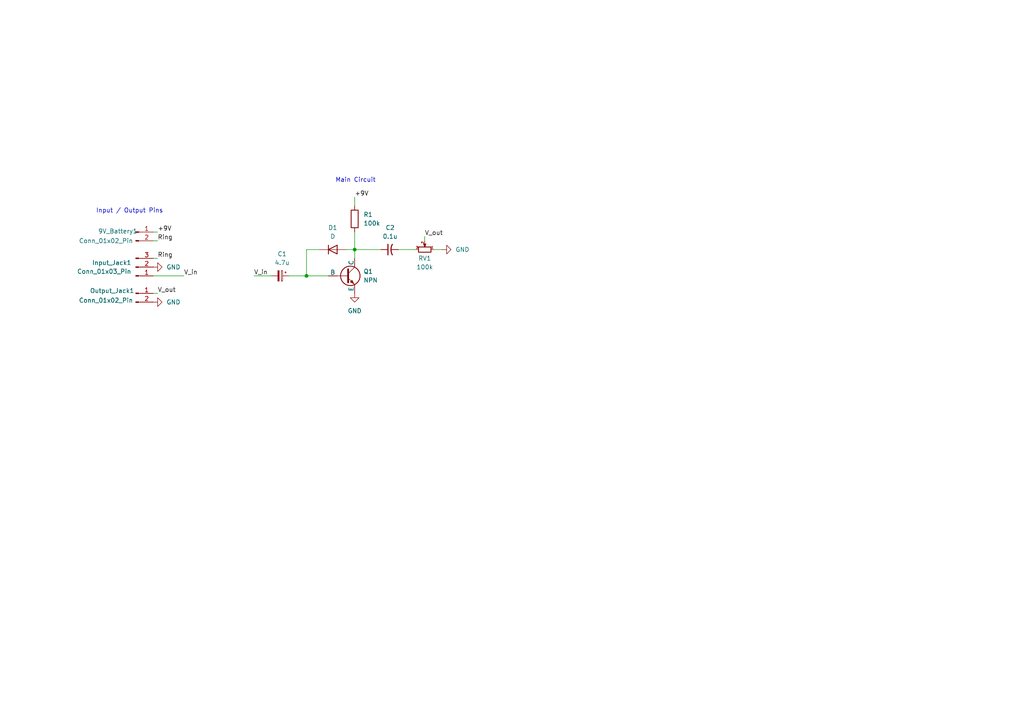
<source format=kicad_sch>
(kicad_sch (version 20250114) (generator "eeschema") (generator_version "9.0")
  (paper "A4")
  (title_block (title "Bazz Fuss Pedal") (date "2025-12-29") (rev "1.0"))
  (lib_symbols
    (symbol "Connector:Conn_01x02_Pin" (pin_names (offset 1.016) (hide yes))
      (property "Reference" "J" (at 0 2.54 0))
      (property "Value" "Conn_01x02_Pin" (at 0 -5.08 0))
      (symbol "Conn_01x02_Pin_1_1"
        (rectangle (start 0.8636 0.127) (end 0 -0.127) (stroke (width 0.1524)) (fill (type outline)))
        (rectangle (start 0.8636 -2.413) (end 0 -2.667) (stroke (width 0.1524)) (fill (type outline)))
        (polyline (pts (xy 1.27 0) (xy 0.8636 0)) (stroke (width 0.1524)))
        (polyline (pts (xy 1.27 -2.54) (xy 0.8636 -2.54)) (stroke (width 0.1524)))
        (pin passive line (at 5.08 0 180) (length 3.81) (name "Pin_1") (number "1"))
        (pin passive line (at 5.08 -2.54 180) (length 3.81) (name "Pin_2") (number "2"))
      )
    )
    (symbol "Connector:Conn_01x03_Pin" (pin_names (offset 1.016) (hide yes))
      (property "Reference" "J" (at 0 5.08 0))
      (property "Value" "Conn_01x03_Pin" (at 0 -5.08 0))
      (symbol "Conn_01x03_Pin_1_1"
        (rectangle (start 0.8636 2.667) (end 0 2.413) (stroke (width 0.1524)) (fill (type outline)))
        (rectangle (start 0.8636 0.127) (end 0 -0.127) (stroke (width 0.1524)) (fill (type outline)))
        (rectangle (start 0.8636 -2.413) (end 0 -2.667) (stroke (width 0.1524)) (fill (type outline)))
        (polyline (pts (xy 1.27 2.54) (xy 0.8636 2.54)) (stroke (width 0.1524)))
        (polyline (pts (xy 1.27 0) (xy 0.8636 0)) (stroke (width 0.1524)))
        (polyline (pts (xy 1.27 -2.54) (xy 0.8636 -2.54)) (stroke (width 0.1524)))
        (pin passive line (at 5.08 2.54 180) (length 3.81) (name "Pin_1") (number "1"))
        (pin passive line (at 5.08 0 180) (length 3.81) (name "Pin_2") (number "2"))
        (pin passive line (at 5.08 -2.54 180) (length 3.81) (name "Pin_3") (number "3"))
      )
    )
    (symbol "Device:C_Polarized_Small" (pin_numbers (hide yes)) (pin_names (offset 0.254) (hide yes))
      (property "Reference" "C" (at 0.254 1.778 0))
      (property "Value" "C_Polarized_Small" (at 0.254 -2.032 0))
      (symbol "C_Polarized_Small_0_1"
        (rectangle (start -1.524 0.6858) (end 1.524 0.3048))
        (rectangle (start -1.524 -0.3048) (end 1.524 -0.6858) (fill (type outline)))
        (polyline (pts (xy -1.27 1.524) (xy -0.762 1.524)))
        (polyline (pts (xy -1.016 1.27) (xy -1.016 1.778)))
      )
      (symbol "C_Polarized_Small_1_1"
        (pin passive line (at 0 2.54 270) (length 1.8542) (name "~") (number "1"))
        (pin passive line (at 0 -2.54 90) (length 1.8542) (name "~") (number "2"))
      )
    )
    (symbol "Device:C_Small_US" (pin_numbers (hide yes)) (pin_names (offset 0.254) (hide yes))
      (property "Reference" "C" (at 0.254 1.778 0))
      (property "Value" "C_Small_US" (at 0.254 -2.032 0))
      (symbol "C_Small_US_0_1"
        (polyline (pts (xy -1.524 0.508) (xy 1.524 0.508)) (stroke (width 0.3048)))
        (arc (start -1.524 -0.762) (mid 0 -0.3734) (end 1.524 -0.762) (stroke (width 0.3048)))
      )
      (symbol "C_Small_US_1_1"
        (pin passive line (at 0 2.54 270) (length 2.032) (name "~") (number "1"))
        (pin passive line (at 0 -2.54 90) (length 2.032) (name "~") (number "2"))
      )
    )
    (symbol "Device:D" (pin_numbers (hide yes)) (pin_names (offset 1.016) (hide yes))
      (property "Reference" "D" (at 0 2.54 0))
      (property "Value" "D" (at 0 -2.54 0))
      (symbol "D_0_1"
        (polyline (pts (xy -1.27 1.27) (xy -1.27 -1.27)) (stroke (width 0.254)))
        (polyline (pts (xy 1.27 1.27) (xy 1.27 -1.27) (xy -1.27 0) (xy 1.27 1.27)) (stroke (width 0.254)))
        (polyline (pts (xy 1.27 0) (xy -1.27 0)))
      )
      (symbol "D_1_1"
        (pin passive line (at -3.81 0 0) (length 2.54) (name "K") (number "1"))
        (pin passive line (at 3.81 0 180) (length 2.54) (name "A") (number "2"))
      )
    )
    (symbol "Device:R" (pin_numbers (hide yes)) (pin_names (offset 0))
      (property "Reference" "R" (at 2.032 0 90))
      (property "Value" "R" (at 0 0 90))
      (symbol "R_0_1"
        (rectangle (start -1.016 -2.54) (end 1.016 2.54) (stroke (width 0.254)))
      )
      (symbol "R_1_1"
        (pin passive line (at 0 3.81 270) (length 1.27) (name "~") (number "1"))
        (pin passive line (at 0 -3.81 90) (length 1.27) (name "~") (number "2"))
      )
    )
    (symbol "Device:R_Potentiometer_Small" (pin_names (offset 1.016) (hide yes))
      (property "Reference" "RV" (at -4.445 0 90))
      (property "Value" "R_Potentiometer_Small" (at -2.54 0 90))
      (symbol "R_Potentiometer_Small_0_1"
        (rectangle (start 0.762 1.8034) (end -0.762 -1.8034) (stroke (width 0.254)))
        (polyline (pts (xy 0.889 0) (xy 0.635 0) (xy 1.651 0.381) (xy 1.651 -0.381) (xy 0.635 0) (xy 0.889 0)) (fill (type outline)))
      )
      (symbol "R_Potentiometer_Small_1_1"
        (pin passive line (at 0 2.54 270) (length 0.635) (name "1") (number "1"))
        (pin passive line (at 0 -2.54 90) (length 0.635) (name "3") (number "3"))
        (pin passive line (at 2.54 0 180) (length 0.9906) (name "2") (number "2"))
      )
    )
    (symbol "Simulation_SPICE:NPN" (pin_numbers (hide yes)) (pin_names (offset 0))
      (property "Reference" "Q" (at -2.54 7.62 0))
      (property "Value" "NPN" (at -2.54 5.08 0))
      (symbol "NPN_0_1"
        (polyline (pts (xy -2.54 0) (xy 0.635 0)) (stroke (width 0.1524)))
        (polyline (pts (xy 0.635 1.905) (xy 0.635 -1.905) (xy 0.635 -1.905)) (stroke (width 0.508)))
        (polyline (pts (xy 0.635 0.635) (xy 2.54 2.54)))
        (polyline (pts (xy 0.635 -0.635) (xy 2.54 -2.54) (xy 2.54 -2.54)))
        (circle (center 1.27 0) (radius 2.8194) (stroke (width 0.254)))
        (polyline (pts (xy 1.27 -1.778) (xy 1.778 -1.27) (xy 2.286 -2.286) (xy 1.27 -1.778) (xy 1.27 -1.778)) (fill (type outline)))
        (polyline (pts (xy 2.794 -1.27) (xy 2.794 -1.27)) (stroke (width 0.1524)))
        (polyline (pts (xy 2.794 -1.27) (xy 2.794 -1.27)) (stroke (width 0.1524)))
      )
      (symbol "NPN_1_1"
        (pin input line (at -5.08 0 0) (length 2.54) (name "B") (number "2"))
        (pin open_collector line (at 2.54 5.08 270) (length 2.54) (name "C") (number "1"))
        (pin open_emitter line (at 2.54 -5.08 90) (length 2.54) (name "E") (number "3"))
      )
    )
    (symbol "power:GND" (power) (pin_numbers (hide yes)) (pin_names (offset 0) (hide yes))
      (property "Value" "GND" (at 0 -3.81 0))
      (symbol "GND_0_1"
        (polyline (pts (xy 0 0) (xy 0 -1.27) (xy 1.27 -1.27) (xy 0 -2.54) (xy -1.27 -1.27) (xy 0 -1.27)))
      )
      (symbol "GND_1_1"
        (pin power_in line (at 0 0 270) (length 0) (name "~") (number "1"))
      )
    )
  )
  (text "Input / Output Pins\n" (exclude_from_sim yes) (at 37.592 61.214 0) (effects (font (size 1.27 1.27))))
  (text "Main Circuit" (exclude_from_sim yes) (at 103.124 52.324 0) (effects (font (size 1.27 1.27))))
  (junction (at 88.9 80.01))
  (junction (at 102.87 72.39))
  (wire (pts (xy 44.45 80.01) (xy 53.34 80.01)))
  (wire (pts (xy 102.87 72.39) (xy 102.87 74.93)))
  (wire (pts (xy 102.87 57.15) (xy 102.87 59.69)))
  (wire (pts (xy 73.66 80.01) (xy 78.74 80.01)))
  (wire (pts (xy 44.45 85.09) (xy 45.72 85.09)))
  (wire (pts (xy 102.87 67.31) (xy 102.87 72.39)))
  (wire (pts (xy 44.45 74.93) (xy 45.72 74.93)))
  (wire (pts (xy 100.33 72.39) (xy 102.87 72.39)))
  (wire (pts (xy 44.45 69.85) (xy 45.72 69.85)))
  (wire (pts (xy 83.82 80.01) (xy 88.9 80.01)))
  (wire (pts (xy 102.87 72.39) (xy 110.49 72.39)))
  (wire (pts (xy 88.9 80.01) (xy 95.25 80.01)))
  (wire (pts (xy 115.57 72.39) (xy 120.65 72.39)))
  (wire (pts (xy 123.19 68.58) (xy 123.19 69.85)))
  (wire (pts (xy 88.9 72.39) (xy 92.71 72.39)))
  (wire (pts (xy 125.73 72.39) (xy 128.27 72.39)))
  (wire (pts (xy 88.9 72.39) (xy 88.9 80.01)))
  (wire (pts (xy 44.45 67.31) (xy 45.72 67.31)))
  (label "V_in" (at 73.66 80.01 0))
  (label "Ring" (at 45.72 74.93 0))
  (label "V_out" (at 123.19 68.58 0))
  (label "Ring" (at 45.72 69.85 0))
  (label "V_in" (at 53.34 80.01 0))
  (label "+9V" (at 45.72 67.31 0))
  (label "V_out" (at 45.72 85.09 0))
  (label "+9V" (at 102.87 57.15 0))
  (symbol (lib_id "Connector:Conn_01x02_Pin") (at 39.37 67.31 0) (unit 1)
    (property "Reference" "9V_Battery1" (at 28.448 67.056 0) (effects (justify left)))
    (property "Value" "Conn_01x02_Pin" (at 22.86 69.85 0) (effects (justify left)))
    (property "Footprint" "Connector_PinHeader_2.54mm:PinHeader_1x02_P2.54mm_Vertical" (effects (hide yes)))
    (property "Description" "Generic connector, single row, 01x02, script generated" (effects (hide yes)))
  )
  (symbol (lib_id "Device:R_Potentiometer_Small") (at 123.19 72.39 270) (mirror x) (unit 1)
    (property "Reference" "RV1" (at 123.19 74.93 90))
    (property "Value" "100k" (at 123.19 77.47 90))
    (property "Footprint" "Connector_PinHeader_2.54mm:PinHeader_1x03_P2.54mm_Vertical" (effects (hide yes)))
    (property "Description" "Potentiometer" (effects (hide yes)))
  )
  (symbol (lib_id "Device:R") (at 102.87 63.5 180) (unit 1)
    (property "Reference" "R1" (at 105.41 62.2299 0) (effects (justify right)))
    (property "Value" "100k" (at 105.41 64.7699 0) (effects (justify right)))
    (property "Footprint" "Resistor_THT:R_Axial_DIN0207_L6.3mm_D2.5mm_P7.62mm_Horizontal" (effects (hide yes)))
    (property "Description" "Resistor" (effects (hide yes)))
  )
  (symbol (lib_id "Device:C_Polarized_Small") (at 81.28 80.01 270) (unit 1)
    (property "Reference" "C1" (at 81.8261 73.66 90))
    (property "Value" "4.7u" (at 81.8261 76.2 90))
    (property "Footprint" "Capacitor_THT:CP_Radial_D5.0mm_P2.50mm" (effects (hide yes)))
    (property "Description" "Polarized capacitor, small symbol" (effects (hide yes)))
  )
  (symbol (lib_id "power:GND") (at 44.45 77.47 90) (unit 1)
    (property "Reference" "#PWR01" (effects (hide yes)))
    (property "Value" "GND" (at 48.26 77.4699 90) (effects (justify right)))
    (property "Description" "Power symbol creates a global label with name \"GND\" , ground" (effects (hide yes)))
  )
  (symbol (lib_id "Simulation_SPICE:NPN") (at 100.33 80.01 0) (unit 1)
    (property "Reference" "Q1" (at 105.41 78.7399 0) (effects (justify left)))
    (property "Value" "NPN" (at 105.41 81.2799 0) (effects (justify left)))
    (property "Footprint" "Package_TO_SOT_THT:TO-92_Inline" (effects (hide yes)))
    (property "Datasheet" "https://ngspice.sourceforge.io/docs/ngspice-html-manual/manual.xhtml#cha_BJTs" (effects (hide yes)))
    (property "Description" "Bipolar transistor symbol for simulation only, substrate tied to the emitter" (effects (hide yes)))
    (property "Sim.Device" "NPN" (effects (hide yes)))
    (property "Sim.Type" "GUMMELPOON" (effects (hide yes)))
    (property "Sim.Pins" "1=C 2=B 3=E" (effects (hide yes)))
  )
  (symbol (lib_id "Connector:Conn_01x02_Pin") (at 39.37 85.09 0) (unit 1)
    (property "Reference" "Output_Jack1" (at 32.512 84.328 0))
    (property "Value" "Conn_01x02_Pin" (at 30.734 87.122 0))
    (property "Footprint" "Connector_PinHeader_2.54mm:PinHeader_1x02_P2.54mm_Vertical" (effects (hide yes)))
    (property "Description" "Generic connector, single row, 01x02, script generated" (effects (hide yes)))
  )
  (symbol (lib_id "Connector:Conn_01x03_Pin") (at 39.37 77.47 0) (mirror x) (unit 1)
    (property "Reference" "Input_Jack1" (at 38.1 76.1999 0) (effects (justify right)))
    (property "Value" "Conn_01x03_Pin" (at 38.1 78.7399 0) (effects (justify right)))
    (property "Footprint" "Connector_PinHeader_2.54mm:PinHeader_1x03_P2.54mm_Vertical" (effects (hide yes)))
    (property "Description" "Generic connector, single row, 01x03, script generated" (effects (hide yes)))
  )
  (symbol (lib_id "power:GND") (at 102.87 85.09 0) (unit 1)
    (property "Reference" "#PWR02" (effects (hide yes)))
    (property "Value" "GND" (at 102.87 90.17 0))
    (property "Description" "Power symbol creates a global label with name \"GND\" , ground" (effects (hide yes)))
  )
  (symbol (lib_id "power:GND") (at 128.27 72.39 90) (unit 1)
    (property "Reference" "#PWR03" (effects (hide yes)))
    (property "Value" "GND" (at 132.08 72.3899 90) (effects (justify right)))
    (property "Description" "Power symbol creates a global label with name \"GND\" , ground" (effects (hide yes)))
  )
  (symbol (lib_id "Device:C_Small_US") (at 113.03 72.39 90) (unit 1)
    (property "Reference" "C2" (at 113.157 66.04 90))
    (property "Value" "0.1u" (at 113.157 68.58 90))
    (property "Footprint" "Capacitor_THT:C_Disc_D5.0mm_W2.5mm_P2.50mm" (effects (hide yes)))
    (property "Description" "capacitor, small US symbol" (effects (hide yes)))
  )
  (symbol (lib_id "power:GND") (at 44.45 87.63 90) (unit 1)
    (property "Reference" "#PWR04" (effects (hide yes)))
    (property "Value" "GND" (at 48.26 87.6299 90) (effects (justify right)))
    (property "Description" "Power symbol creates a global label with name \"GND\" , ground" (effects (hide yes)))
  )
  (symbol (lib_id "Device:D") (at 96.52 72.39 0) (unit 1)
    (property "Reference" "D1" (at 96.52 66.04 0))
    (property "Value" "D" (at 96.52 68.58 0))
    (property "Footprint" "Connector_PinHeader_2.54mm:PinHeader_1x02_P2.54mm_Vertical" (effects (hide yes)))
    (property "Description" "Diode" (effects (hide yes)))
    (property "Sim.Device" "D" (effects (hide yes)))
    (property "Sim.Pins" "1=K 2=A" (effects (hide yes)))
  )
)
</source>
